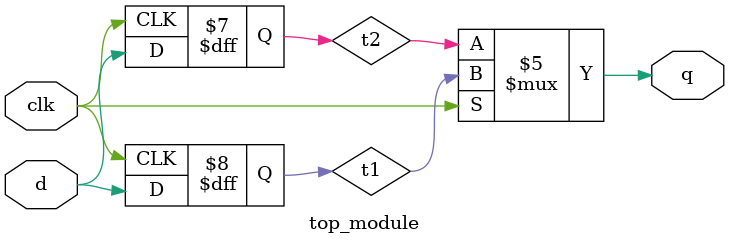
<source format=v>
module top_module (
    input clk,
    input d,
    output q
);
    reg t1,t2;
    always@(posedge clk)
        t1<=d;
    always@(negedge clk)
        t2<=d;
    
    always@(clk)
        begin
            if(clk)
                q<=t1;
            else
                q<=t2;
        end
endmodule

</source>
